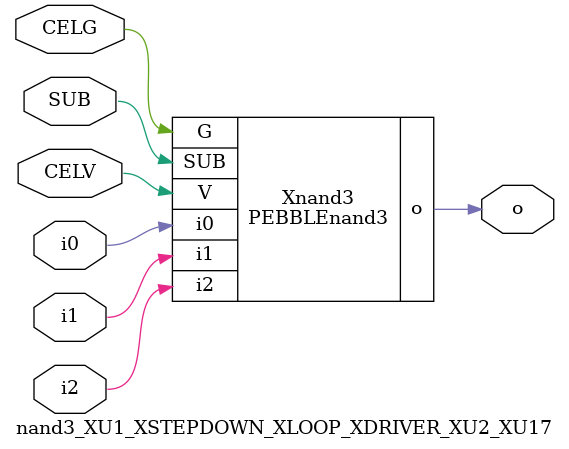
<source format=v>



module PEBBLEnand3 ( o, G, SUB, V, i0, i1, i2 );

  input i0;
  input V;
  input i2;
  input i1;
  input G;
  output o;
  input SUB;
endmodule

//Celera Confidential Do Not Copy nand3_XU1_XSTEPDOWN_XLOOP_XDRIVER_XU2_XU17
//Celera Confidential Symbol Generator
//5V Inverter
module nand3_XU1_XSTEPDOWN_XLOOP_XDRIVER_XU2_XU17 (CELV,CELG,i0,i1,i2,o,SUB);
input CELV;
input CELG;
input i0;
input i1;
input i2;
input SUB;
output o;

//Celera Confidential Do Not Copy nand3
PEBBLEnand3 Xnand3(
.V (CELV),
.i0 (i0),
.i1 (i1),
.i2 (i2),
.o (o),
.SUB (SUB),
.G (CELG)
);
//,diesize,PEBBLEnand3

//Celera Confidential Do Not Copy Module End
//Celera Schematic Generator
endmodule

</source>
